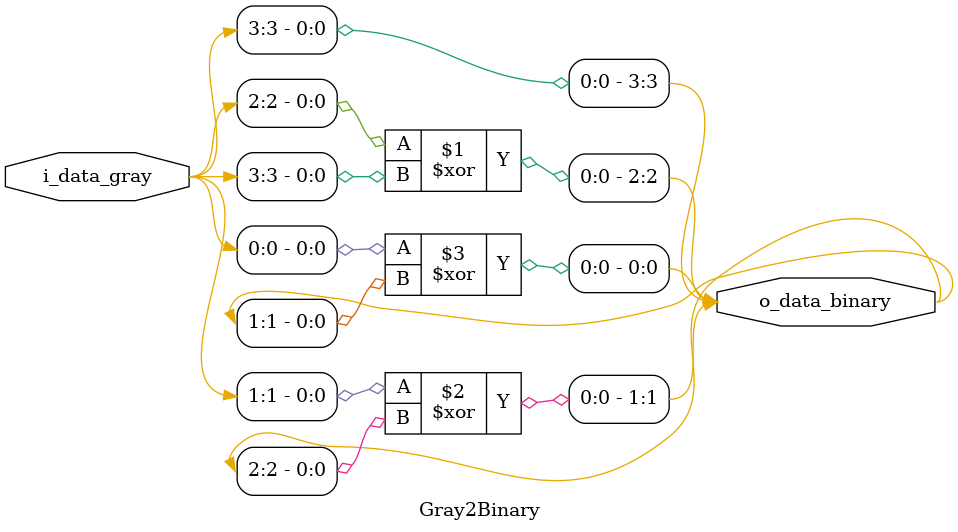
<source format=v>
module Gray2Binary #(
    parameter WIDTH = 4
) (
    input       wire        [WIDTH-1:0]         i_data_gray,
    output      wire        [WIDTH-1:0]         o_data_binary
);

genvar i;
generate
    for (i = WIDTH-2 ; i >= 0 ; i = i - 1) begin
        assign o_data_binary[i] = i_data_gray[i] ^ o_data_binary[i+1];
    end
endgenerate

assign o_data_binary[WIDTH-1] = i_data_gray[WIDTH-1];
    
endmodule
</source>
